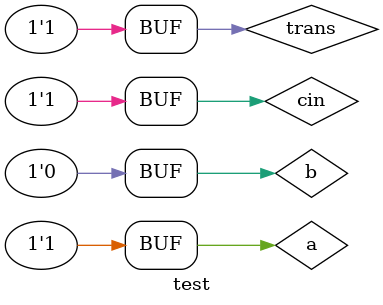
<source format=v>
`timescale 1ns / 1ps


module test(
    );
    reg a,b,cin;
    reg trans;
    wire s,cout;
    
    onebitadder #(3,3,2,1) dutd(cin,a,b,trans,s,cout);
    initial begin
    #0 a=0;b=0;cin=0;trans=0;
    end
    initial begin
    #3 a=1;
    #2 b=1;
    #5 a=0;
    #5 cin=1;
    #6 b=0;
    #5 a=1;
    #10 trans = 1;
        #10 b=1;
        #10 a=0;
        #10 cin=1;
        #10 b=0;
        #10 a=1;
    end
    
    
endmodule

</source>
